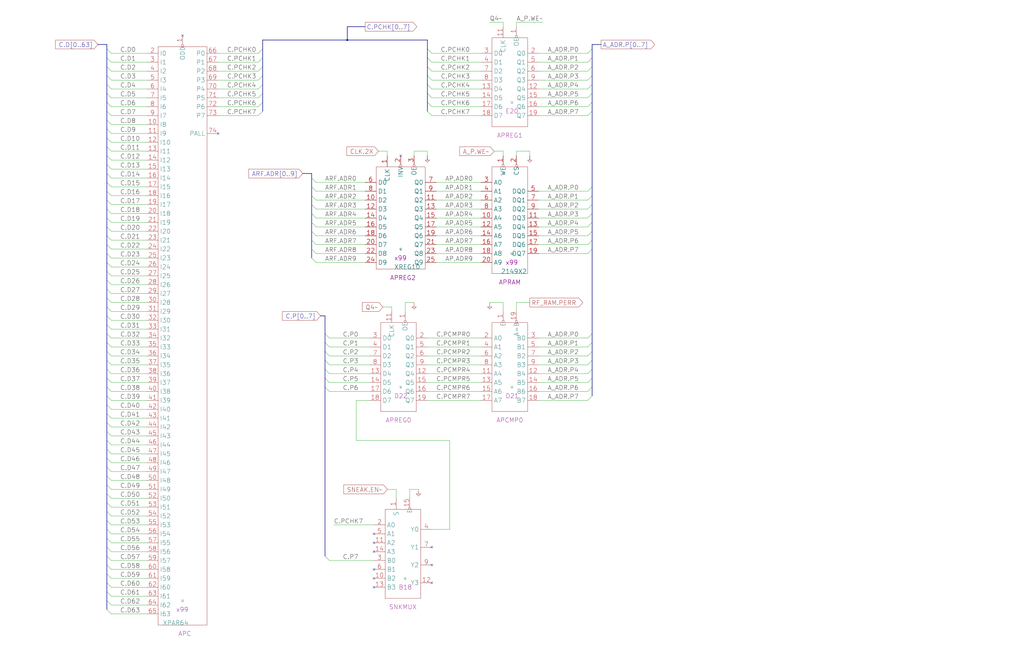
<source format=kicad_sch>
(kicad_sch (version 20220404) (generator eeschema)
  (paper "User" 584.2 378.46)
  (title_block (title "REGISTER FILE A PARITY") (date "22-MAR-90") (rev "1.0") (comment 1 "VALUE") (comment 2 "232-003063") (comment 3 "S400") (comment 4 "RELEASED"))
  (lib_symbols
    (symbol "r1000:2149X2" (pin_names (offset 1.016))
      (property "Reference" "U" (at 2.54 5.08 0))
      (property "Value" "2149X2" (at -3.81 -5.08 0))
      (property "Location" "___" (at -1.27 0 0))
      (property "Name" "______" (at 1.27 -12.7 0))
      (symbol "2149X2_1_1"
        (rectangle (start -8.89 54.61) (end 11.43 -6.35))
        (circle (center -2.54 55.245) (radius 0.635))
        (circle (center 5.08 55.245) (radius 0.635))
        (pin input line (at -2.54 60.96 270) (length 5.08) (name "WE") (number "1"))
        (pin input line (at -15.24 25.4 0) (length 6.35) (name "A4") (number "10"))
        (pin bidirectional line (at 17.78 25.4 180) (length 6.35) (name "DQ3") (number "11"))
        (pin input line (at -15.24 20.32 0) (length 6.35) (name "A5") (number "12"))
        (pin bidirectional line (at 17.78 20.32 180) (length 6.35) (name "DQ4") (number "13"))
        (pin input line (at -15.24 15.24 0) (length 6.35) (name "A6") (number "14"))
        (pin bidirectional line (at 17.78 15.24 180) (length 6.35) (name "DQ5") (number "15"))
        (pin input line (at -15.24 10.16 0) (length 6.35) (name "A7") (number "16"))
        (pin bidirectional line (at 17.78 10.16 180) (length 6.35) (name "DQ6") (number "17"))
        (pin input line (at -15.24 5.08 0) (length 6.35) (name "A8") (number "18"))
        (pin bidirectional line (at 17.78 5.08 180) (length 6.35) (name "DQ7") (number "19"))
        (pin input line (at 5.08 60.96 270) (length 5.08) (name "CS") (number "2"))
        (pin input line (at -15.24 0 0) (length 6.35) (name "A9") (number "20"))
        (pin input line (at -15.24 45.72 0) (length 6.35) (name "A0") (number "3"))
        (pin input line (at -15.24 40.64 0) (length 6.35) (name "A1") (number "4"))
        (pin bidirectional line (at 17.78 40.64 180) (length 6.35) (name "DQ0") (number "5"))
        (pin input line (at -15.24 35.56 0) (length 6.35) (name "A2") (number "6"))
        (pin bidirectional line (at 17.78 35.56 180) (length 6.35) (name "DQ1") (number "7"))
        (pin input line (at -15.24 30.48 0) (length 6.35) (name "A3") (number "8"))
        (pin bidirectional line (at 17.78 30.48 180) (length 6.35) (name "DQ2") (number "9"))
      )
    )
    (symbol "r1000:F157" (pin_names (offset 1.016))
      (property "Reference" "U" (at 2.54 5.08 0))
      (property "Value" "F157" (at -3.81 -5.08 0))
      (property "Location" "___" (at -1.27 0 0))
      (property "Name" "______" (at 1.27 -12.7 0))
      (symbol "F157_1_1"
        (rectangle (start -8.89 44.45) (end 11.43 -6.35))
        (circle (center 5.08 45.085) (radius 0.635))
        (pin input line (at -2.54 50.8 270) (length 6.35) (name "S") (number "1"))
        (pin input line (at -15.24 5.08 0) (length 6.35) (name "B2") (number "10"))
        (pin input line (at -15.24 25.4 0) (length 6.35) (name "A2") (number "11"))
        (pin output line (at 17.78 2.54 180) (length 6.35) (name "Y3") (number "12"))
        (pin input line (at -15.24 0 0) (length 6.35) (name "B3") (number "13"))
        (pin input line (at -15.24 20.32 0) (length 6.35) (name "A3") (number "14"))
        (pin input line (at 5.08 50.8 270) (length 5.08) (name "E") (number "15"))
        (pin input line (at -15.24 35.56 0) (length 6.35) (name "A0") (number "2"))
        (pin input line (at -15.24 15.24 0) (length 6.35) (name "B0") (number "3"))
        (pin output line (at 17.78 33.02 180) (length 6.35) (name "Y0") (number "4"))
        (pin input line (at -15.24 30.48 0) (length 6.35) (name "A1") (number "5"))
        (pin input line (at -15.24 10.16 0) (length 6.35) (name "B1") (number "6"))
        (pin output line (at 17.78 22.86 180) (length 6.35) (name "Y1") (number "7"))
        (pin output line (at 17.78 12.7 180) (length 6.35) (name "Y2") (number "9"))
      )
    )
    (symbol "r1000:F374" (pin_names (offset 1.016))
      (property "Reference" "U" (at 2.54 5.08 0))
      (property "Value" "F374" (at -3.81 -7.62 0))
      (property "Location" "___" (at -1.27 0 0))
      (property "Name" "______" (at 1.27 -15.24 0))
      (symbol "F374_1_1"
        (rectangle (start -8.89 41.91) (end 11.43 -8.89))
        (circle (center 5.08 42.545) (radius 0.635))
        (pin input line (at 5.08 48.26 270) (length 5.08) (name "OE") (number "1"))
        (pin input line (at -2.54 48.26 270) (length 6.35) (name "CLK") (number "11"))
        (pin tri_state line (at 17.78 12.7 180) (length 6.35) (name "Q4") (number "12"))
        (pin input line (at -15.24 12.7 0) (length 6.35) (name "D4") (number "13"))
        (pin input line (at -15.24 7.62 0) (length 6.35) (name "D5") (number "14"))
        (pin tri_state line (at 17.78 7.62 180) (length 6.35) (name "Q5") (number "15"))
        (pin tri_state line (at 17.78 2.54 180) (length 6.35) (name "Q6") (number "16"))
        (pin input line (at -15.24 2.54 0) (length 6.35) (name "D6") (number "17"))
        (pin input line (at -15.24 -2.54 0) (length 6.35) (name "D7") (number "18"))
        (pin tri_state line (at 17.78 -2.54 180) (length 6.35) (name "Q7") (number "19"))
        (pin tri_state line (at 17.78 33.02 180) (length 6.35) (name "Q0") (number "2"))
        (pin input line (at -15.24 33.02 0) (length 6.35) (name "D0") (number "3"))
        (pin input line (at -15.24 27.94 0) (length 6.35) (name "D1") (number "4"))
        (pin tri_state line (at 17.78 27.94 180) (length 6.35) (name "Q1") (number "5"))
        (pin tri_state line (at 17.78 22.86 180) (length 6.35) (name "Q2") (number "6"))
        (pin input line (at -15.24 22.86 0) (length 6.35) (name "D2") (number "7"))
        (pin input line (at -15.24 17.78 0) (length 6.35) (name "D3") (number "8"))
        (pin tri_state line (at 17.78 17.78 180) (length 6.35) (name "Q3") (number "9"))
      )
    )
    (symbol "r1000:F521" (pin_names (offset 1.016))
      (property "Reference" "U" (at 2.54 5.08 0))
      (property "Value" "F521" (at -3.81 -7.62 0))
      (property "Location" "___" (at -1.27 0 0))
      (property "Name" "______" (at 1.27 -15.24 0))
      (symbol "F521_1_1"
        (rectangle (start -8.89 41.91) (end 11.43 -8.89))
        (circle (center -2.54 42.545) (radius 0.635))
        (circle (center 5.08 42.545) (radius 0.635))
        (pin input line (at -2.54 48.26 270) (length 5.08) (name "E") (number "1"))
        (pin input line (at -15.24 12.7 0) (length 6.35) (name "A4") (number "11"))
        (pin input line (at 17.78 12.7 180) (length 6.35) (name "B4") (number "12"))
        (pin input line (at -15.24 7.62 0) (length 6.35) (name "A5") (number "13"))
        (pin input line (at 17.78 7.62 180) (length 6.35) (name "B5") (number "14"))
        (pin input line (at -15.24 2.54 0) (length 6.35) (name "A6") (number "15"))
        (pin input line (at 17.78 2.54 180) (length 6.35) (name "B6") (number "16"))
        (pin input line (at -15.24 -2.54 0) (length 6.35) (name "A7") (number "17"))
        (pin input line (at 17.78 -2.54 180) (length 6.35) (name "B7") (number "18"))
        (pin output line (at 5.08 48.26 270) (length 5.08) (name "A=B") (number "19"))
        (pin input line (at -15.24 33.02 0) (length 6.35) (name "A0") (number "2"))
        (pin input line (at 17.78 33.02 180) (length 6.35) (name "B0") (number "3"))
        (pin input line (at -15.24 27.94 0) (length 6.35) (name "A1") (number "4"))
        (pin input line (at 17.78 27.94 180) (length 6.35) (name "B1") (number "5"))
        (pin input line (at -15.24 22.86 0) (length 6.35) (name "A2") (number "6"))
        (pin input line (at 17.78 22.86 180) (length 6.35) (name "B2") (number "7"))
        (pin input line (at -15.24 17.78 0) (length 6.35) (name "A3") (number "8"))
        (pin input line (at 17.78 17.78 180) (length 6.35) (name "B3") (number "9"))
      )
    )
    (symbol "r1000:PD" (power) (pin_numbers hide) (pin_names hide) (in_bom no)
      (symbol "PD_0_1"
        (polyline (pts (xy 0 -2.54) (xy 1.27 -2.54) (xy 0 -3.81) (xy -1.27 -2.54) (xy 0 -2.54)) (stroke (width 0.1524)))
      )
      (symbol "PD_1_1"
        (pin power_in line (at 0 0 270) (length 2.54) (name "PD") (number "1"))
      )
    )
    (symbol "r1000:XPAR64" (pin_names (offset 1.016))
      (property "Reference" "U" (at 2.54 5.08 0))
      (property "Value" "XPAR64" (at -8.89 -7.62 0))
      (property "Location" "___" (at -1.27 0 0))
      (property "Name" "______" (at 3.81 -15.24 0))
      (symbol "XPAR64_1_1"
        (rectangle (start -11.43 321.31) (end 16.51 -8.89))
        (circle (center 2.54 321.945) (radius 0.635))
        (pin input line (at 2.54 327.66 270) (length 5.08) (name "ODD") (number "1"))
        (pin input line (at -17.78 276.86 0) (length 6.35) (name "I8") (number "10"))
        (pin input line (at -17.78 271.78 0) (length 6.35) (name "I9") (number "11"))
        (pin input line (at -17.78 266.7 0) (length 6.35) (name "I10") (number "12"))
        (pin input line (at -17.78 261.62 0) (length 6.35) (name "I11") (number "13"))
        (pin input line (at -17.78 256.54 0) (length 6.35) (name "I12") (number "14"))
        (pin input line (at -17.78 251.46 0) (length 6.35) (name "I13") (number "15"))
        (pin input line (at -17.78 246.38 0) (length 6.35) (name "I14") (number "16"))
        (pin input line (at -17.78 241.3 0) (length 6.35) (name "I15") (number "17"))
        (pin input line (at -17.78 236.22 0) (length 6.35) (name "I16") (number "18"))
        (pin input line (at -17.78 231.14 0) (length 6.35) (name "I17") (number "19"))
        (pin input line (at -17.78 317.5 0) (length 6.35) (name "I0") (number "2"))
        (pin input line (at -17.78 226.06 0) (length 6.35) (name "I18") (number "20"))
        (pin input line (at -17.78 220.98 0) (length 6.35) (name "I19") (number "21"))
        (pin input line (at -17.78 215.9 0) (length 6.35) (name "I20") (number "22"))
        (pin input line (at -17.78 210.82 0) (length 6.35) (name "I21") (number "23"))
        (pin input line (at -17.78 205.74 0) (length 6.35) (name "I22") (number "24"))
        (pin input line (at -17.78 200.66 0) (length 6.35) (name "I23") (number "25"))
        (pin input line (at -17.78 195.58 0) (length 6.35) (name "I24") (number "26"))
        (pin input line (at -17.78 190.5 0) (length 6.35) (name "I25") (number "27"))
        (pin input line (at -17.78 185.42 0) (length 6.35) (name "I26") (number "28"))
        (pin input line (at -17.78 180.34 0) (length 6.35) (name "I27") (number "29"))
        (pin input line (at -17.78 312.42 0) (length 6.35) (name "I1") (number "3"))
        (pin input line (at -17.78 175.26 0) (length 6.35) (name "I28") (number "30"))
        (pin input line (at -17.78 170.18 0) (length 6.35) (name "I29") (number "31"))
        (pin input line (at -17.78 165.1 0) (length 6.35) (name "I30") (number "32"))
        (pin input line (at -17.78 160.02 0) (length 6.35) (name "I31") (number "33"))
        (pin input line (at -17.78 154.94 0) (length 6.35) (name "I32") (number "34"))
        (pin input line (at -17.78 149.86 0) (length 6.35) (name "I33") (number "35"))
        (pin input line (at -17.78 144.78 0) (length 6.35) (name "I34") (number "36"))
        (pin input line (at -17.78 139.7 0) (length 6.35) (name "I35") (number "37"))
        (pin input line (at -17.78 134.62 0) (length 6.35) (name "I36") (number "38"))
        (pin input line (at -17.78 129.54 0) (length 6.35) (name "I37") (number "39"))
        (pin input line (at -17.78 307.34 0) (length 6.35) (name "I2") (number "4"))
        (pin input line (at -17.78 124.46 0) (length 6.35) (name "I38") (number "40"))
        (pin input line (at -17.78 119.38 0) (length 6.35) (name "I39") (number "41"))
        (pin input line (at -17.78 114.3 0) (length 6.35) (name "I40") (number "42"))
        (pin input line (at -17.78 109.22 0) (length 6.35) (name "I41") (number "43"))
        (pin input line (at -17.78 104.14 0) (length 6.35) (name "I42") (number "44"))
        (pin input line (at -17.78 99.06 0) (length 6.35) (name "I43") (number "45"))
        (pin input line (at -17.78 93.98 0) (length 6.35) (name "I44") (number "46"))
        (pin input line (at -17.78 88.9 0) (length 6.35) (name "I45") (number "47"))
        (pin input line (at -17.78 83.82 0) (length 6.35) (name "I46") (number "48"))
        (pin input line (at -17.78 78.74 0) (length 6.35) (name "I47") (number "49"))
        (pin input line (at -17.78 302.26 0) (length 6.35) (name "I3") (number "5"))
        (pin input line (at -17.78 73.66 0) (length 6.35) (name "I48") (number "50"))
        (pin input line (at -17.78 68.58 0) (length 6.35) (name "I49") (number "51"))
        (pin input line (at -17.78 63.5 0) (length 6.35) (name "I50") (number "52"))
        (pin input line (at -17.78 58.42 0) (length 6.35) (name "I51") (number "53"))
        (pin input line (at -17.78 53.34 0) (length 6.35) (name "I52") (number "54"))
        (pin input line (at -17.78 48.26 0) (length 6.35) (name "I53") (number "55"))
        (pin input line (at -17.78 43.18 0) (length 6.35) (name "I54") (number "56"))
        (pin input line (at -17.78 38.1 0) (length 6.35) (name "I55") (number "57"))
        (pin input line (at -17.78 33.02 0) (length 6.35) (name "I56") (number "58"))
        (pin input line (at -17.78 27.94 0) (length 6.35) (name "I57") (number "59"))
        (pin input line (at -17.78 297.18 0) (length 6.35) (name "I4") (number "6"))
        (pin input line (at -17.78 22.86 0) (length 6.35) (name "I58") (number "60"))
        (pin input line (at -17.78 17.78 0) (length 6.35) (name "I59") (number "61"))
        (pin input line (at -17.78 12.7 0) (length 6.35) (name "I60") (number "62"))
        (pin input line (at -17.78 7.62 0) (length 6.35) (name "I61") (number "63"))
        (pin input line (at -17.78 2.54 0) (length 6.35) (name "I62") (number "64"))
        (pin input line (at -17.78 -2.54 0) (length 6.35) (name "I63") (number "65"))
        (pin output line (at 22.86 317.5 180) (length 6.35) (name "P0") (number "66"))
        (pin output line (at 22.86 312.42 180) (length 6.35) (name "P1") (number "67"))
        (pin output line (at 22.86 307.34 180) (length 6.35) (name "P2") (number "68"))
        (pin output line (at 22.86 302.26 180) (length 6.35) (name "P3") (number "69"))
        (pin input line (at -17.78 292.1 0) (length 6.35) (name "I5") (number "7"))
        (pin output line (at 22.86 297.18 180) (length 6.35) (name "P4") (number "70"))
        (pin output line (at 22.86 292.1 180) (length 6.35) (name "P5") (number "71"))
        (pin output line (at 22.86 287.02 180) (length 6.35) (name "P6") (number "72"))
        (pin output line (at 22.86 281.94 180) (length 6.35) (name "P7") (number "73"))
        (pin output line (at 22.86 271.78 180) (length 6.35) (name "PALL") (number "74"))
        (pin input line (at -17.78 287.02 0) (length 6.35) (name "I6") (number "8"))
        (pin input line (at -17.78 281.94 0) (length 6.35) (name "I7") (number "9"))
      )
    )
    (symbol "r1000:XREG10" (pin_names (offset 1.016))
      (property "Reference" "U" (at 2.54 5.08 0))
      (property "Value" "XREG10" (at -1.27 -5.08 0))
      (property "Location" "___" (at -1.27 0 0))
      (property "Name" "______" (at 3.81 -12.7 0))
      (symbol "XREG10_1_1"
        (rectangle (start -11.43 52.07) (end 16.51 -6.35))
        (circle (center 2.54 52.705) (radius 0.635))
        (circle (center 10.16 52.705) (radius 0.635))
        (pin input line (at -5.08 58.42 270) (length 6.35) (name "CLK") (number "1"))
        (pin input line (at -17.78 33.02 0) (length 6.35) (name "D2") (number "10"))
        (pin tri_state line (at 22.86 33.02 180) (length 6.35) (name "Q2") (number "11"))
        (pin input line (at -17.78 27.94 0) (length 6.35) (name "D3") (number "12"))
        (pin tri_state line (at 22.86 27.94 180) (length 6.35) (name "Q3") (number "13"))
        (pin input line (at -17.78 22.86 0) (length 6.35) (name "D4") (number "14"))
        (pin tri_state line (at 22.86 22.86 180) (length 6.35) (name "Q4") (number "15"))
        (pin input line (at -17.78 17.78 0) (length 6.35) (name "D5") (number "16"))
        (pin tri_state line (at 22.86 17.78 180) (length 6.35) (name "Q5") (number "17"))
        (pin input line (at -17.78 12.7 0) (length 6.35) (name "D6") (number "18"))
        (pin tri_state line (at 22.86 12.7 180) (length 6.35) (name "Q6") (number "19"))
        (pin input line (at 2.54 58.42 270) (length 5.08) (name "INV") (number "2"))
        (pin input line (at -17.78 7.62 0) (length 6.35) (name "D7") (number "20"))
        (pin tri_state line (at 22.86 7.62 180) (length 6.35) (name "Q7") (number "21"))
        (pin input line (at -17.78 2.54 0) (length 6.35) (name "D8") (number "22"))
        (pin tri_state line (at 22.86 2.54 180) (length 6.35) (name "Q8") (number "23"))
        (pin input line (at -17.78 -2.54 0) (length 6.35) (name "D9") (number "24"))
        (pin tri_state line (at 22.86 -2.54 180) (length 6.35) (name "Q9") (number "25"))
        (pin input line (at 10.16 58.42 270) (length 5.08) (name "OE") (number "3"))
        (pin input line (at -17.78 43.18 0) (length 6.35) (name "D0") (number "6"))
        (pin tri_state line (at 22.86 43.18 180) (length 6.35) (name "Q0") (number "7"))
        (pin input line (at -17.78 38.1 0) (length 6.35) (name "D1") (number "8"))
        (pin tri_state line (at 22.86 38.1 180) (length 6.35) (name "Q1") (number "9"))
      )
    )
  )
  (junction (at 198.12 22.86))
  (no_connect (at 213.36 325.12))
  (no_connect (at 213.36 335.28))
  (no_connect (at 124.46 76.2))
  (no_connect (at 246.38 332.74))
  (no_connect (at 246.38 322.58))
  (no_connect (at 213.36 330.2))
  (no_connect (at 213.36 314.96))
  (no_connect (at 246.38 312.42))
  (no_connect (at 213.36 309.88))
  (no_connect (at 228.6 88.9))
  (no_connect (at 213.36 304.8))
  (no_connect (at 104.14 20.32))
  (bus_entry (at 185.42 210.82) (size 2.54 2.54))
  (bus_entry (at 185.42 200.66) (size 2.54 2.54))
  (bus_entry (at 60.96 99.06) (size 2.54 2.54))
  (bus_entry (at 185.42 317.5) (size 2.54 2.54))
  (bus_entry (at 60.96 190.5) (size 2.54 2.54))
  (bus_entry (at 149.86 53.34) (size -2.54 2.54))
  (bus_entry (at 177.8 142.24) (size 2.54 2.54))
  (bus_entry (at 337.82 58.42) (size -2.54 2.54))
  (bus_entry (at 60.96 83.82) (size 2.54 2.54))
  (bus_entry (at 177.8 101.6) (size 2.54 2.54))
  (bus_entry (at 60.96 261.62) (size 2.54 2.54))
  (bus_entry (at 337.82 210.82) (size -2.54 2.54))
  (bus_entry (at 177.8 132.08) (size 2.54 2.54))
  (bus_entry (at 337.82 116.84) (size -2.54 2.54))
  (bus_entry (at 60.96 347.98) (size 2.54 2.54))
  (bus_entry (at 60.96 236.22) (size 2.54 2.54))
  (bus_entry (at 149.86 33.02) (size -2.54 2.54))
  (bus_entry (at 60.96 144.78) (size 2.54 2.54))
  (bus_entry (at 337.82 106.68) (size -2.54 2.54))
  (bus_entry (at 177.8 147.32) (size 2.54 2.54))
  (bus_entry (at 243.84 43.18) (size 2.54 2.54))
  (bus_entry (at 60.96 312.42) (size 2.54 2.54))
  (bus_entry (at 60.96 149.86) (size 2.54 2.54))
  (bus_entry (at 337.82 195.58) (size -2.54 2.54))
  (bus_entry (at 243.84 53.34) (size 2.54 2.54))
  (bus_entry (at 60.96 231.14) (size 2.54 2.54))
  (bus_entry (at 337.82 132.08) (size -2.54 2.54))
  (bus_entry (at 337.82 38.1) (size -2.54 2.54))
  (bus_entry (at 337.82 190.5) (size -2.54 2.54))
  (bus_entry (at 60.96 322.58) (size 2.54 2.54))
  (bus_entry (at 60.96 241.3) (size 2.54 2.54))
  (bus_entry (at 60.96 271.78) (size 2.54 2.54))
  (bus_entry (at 337.82 53.34) (size -2.54 2.54))
  (bus_entry (at 60.96 195.58) (size 2.54 2.54))
  (bus_entry (at 60.96 256.54) (size 2.54 2.54))
  (bus_entry (at 337.82 127) (size -2.54 2.54))
  (bus_entry (at 60.96 53.34) (size 2.54 2.54))
  (bus_entry (at 60.96 276.86) (size 2.54 2.54))
  (bus_entry (at 60.96 134.62) (size 2.54 2.54))
  (bus_entry (at 177.8 106.68) (size 2.54 2.54))
  (bus_entry (at 60.96 119.38) (size 2.54 2.54))
  (bus_entry (at 60.96 246.38) (size 2.54 2.54))
  (bus_entry (at 60.96 337.82) (size 2.54 2.54))
  (bus_entry (at 185.42 195.58) (size 2.54 2.54))
  (bus_entry (at 60.96 93.98) (size 2.54 2.54))
  (bus_entry (at 60.96 129.54) (size 2.54 2.54))
  (bus_entry (at 60.96 68.58) (size 2.54 2.54))
  (bus_entry (at 177.8 127) (size 2.54 2.54))
  (bus_entry (at 60.96 205.74) (size 2.54 2.54))
  (bus_entry (at 60.96 292.1) (size 2.54 2.54))
  (bus_entry (at 60.96 342.9) (size 2.54 2.54))
  (bus_entry (at 60.96 226.06) (size 2.54 2.54))
  (bus_entry (at 60.96 220.98) (size 2.54 2.54))
  (bus_entry (at 177.8 116.84) (size 2.54 2.54))
  (bus_entry (at 337.82 205.74) (size -2.54 2.54))
  (bus_entry (at 149.86 48.26) (size -2.54 2.54))
  (bus_entry (at 149.86 58.42) (size -2.54 2.54))
  (bus_entry (at 337.82 137.16) (size -2.54 2.54))
  (bus_entry (at 337.82 226.06) (size -2.54 2.54))
  (bus_entry (at 60.96 302.26) (size 2.54 2.54))
  (bus_entry (at 337.82 33.02) (size -2.54 2.54))
  (bus_entry (at 185.42 215.9) (size 2.54 2.54))
  (bus_entry (at 60.96 27.94) (size 2.54 2.54))
  (bus_entry (at 60.96 297.18) (size 2.54 2.54))
  (bus_entry (at 60.96 78.74) (size 2.54 2.54))
  (bus_entry (at 149.86 38.1) (size -2.54 2.54))
  (bus_entry (at 60.96 154.94) (size 2.54 2.54))
  (bus_entry (at 243.84 58.42) (size 2.54 2.54))
  (bus_entry (at 243.84 48.26) (size 2.54 2.54))
  (bus_entry (at 337.82 48.26) (size -2.54 2.54))
  (bus_entry (at 60.96 185.42) (size 2.54 2.54))
  (bus_entry (at 60.96 38.1) (size 2.54 2.54))
  (bus_entry (at 60.96 114.3) (size 2.54 2.54))
  (bus_entry (at 60.96 33.02) (size 2.54 2.54))
  (bus_entry (at 60.96 327.66) (size 2.54 2.54))
  (bus_entry (at 243.84 33.02) (size 2.54 2.54))
  (bus_entry (at 149.86 63.5) (size -2.54 2.54))
  (bus_entry (at 337.82 111.76) (size -2.54 2.54))
  (bus_entry (at 337.82 215.9) (size -2.54 2.54))
  (bus_entry (at 149.86 27.94) (size -2.54 2.54))
  (bus_entry (at 60.96 180.34) (size 2.54 2.54))
  (bus_entry (at 60.96 139.7) (size 2.54 2.54))
  (bus_entry (at 60.96 63.5) (size 2.54 2.54))
  (bus_entry (at 149.86 43.18) (size -2.54 2.54))
  (bus_entry (at 243.84 38.1) (size 2.54 2.54))
  (bus_entry (at 337.82 27.94) (size -2.54 2.54))
  (bus_entry (at 60.96 73.66) (size 2.54 2.54))
  (bus_entry (at 177.8 111.76) (size 2.54 2.54))
  (bus_entry (at 60.96 160.02) (size 2.54 2.54))
  (bus_entry (at 243.84 63.5) (size 2.54 2.54))
  (bus_entry (at 60.96 281.94) (size 2.54 2.54))
  (bus_entry (at 60.96 200.66) (size 2.54 2.54))
  (bus_entry (at 60.96 109.22) (size 2.54 2.54))
  (bus_entry (at 60.96 307.34) (size 2.54 2.54))
  (bus_entry (at 337.82 142.24) (size -2.54 2.54))
  (bus_entry (at 185.42 220.98) (size 2.54 2.54))
  (bus_entry (at 337.82 200.66) (size -2.54 2.54))
  (bus_entry (at 60.96 215.9) (size 2.54 2.54))
  (bus_entry (at 60.96 175.26) (size 2.54 2.54))
  (bus_entry (at 60.96 266.7) (size 2.54 2.54))
  (bus_entry (at 185.42 205.74) (size 2.54 2.54))
  (bus_entry (at 60.96 251.46) (size 2.54 2.54))
  (bus_entry (at 177.8 121.92) (size 2.54 2.54))
  (bus_entry (at 337.82 121.92) (size -2.54 2.54))
  (bus_entry (at 60.96 317.5) (size 2.54 2.54))
  (bus_entry (at 60.96 165.1) (size 2.54 2.54))
  (bus_entry (at 337.82 63.5) (size -2.54 2.54))
  (bus_entry (at 177.8 137.16) (size 2.54 2.54))
  (bus_entry (at 243.84 27.94) (size 2.54 2.54))
  (bus_entry (at 337.82 43.18) (size -2.54 2.54))
  (bus_entry (at 60.96 210.82) (size 2.54 2.54))
  (bus_entry (at 60.96 104.14) (size 2.54 2.54))
  (bus_entry (at 185.42 190.5) (size 2.54 2.54))
  (bus_entry (at 60.96 48.26) (size 2.54 2.54))
  (bus_entry (at 337.82 220.98) (size -2.54 2.54))
  (bus_entry (at 60.96 170.18) (size 2.54 2.54))
  (bus_entry (at 60.96 124.46) (size 2.54 2.54))
  (bus_entry (at 60.96 88.9) (size 2.54 2.54))
  (bus_entry (at 60.96 43.18) (size 2.54 2.54))
  (bus_entry (at 60.96 332.74) (size 2.54 2.54))
  (bus_entry (at 60.96 58.42) (size 2.54 2.54))
  (bus_entry (at 60.96 287.02) (size 2.54 2.54))
  (wire (pts (xy 180.34 139.7) (xy 208.28 139.7)))
  (bus (pts (xy 60.96 119.38) (xy 60.96 124.46)))
  (wire (pts (xy 83.82 198.12) (xy 63.5 198.12)))
  (wire (pts (xy 63.5 30.48) (xy 83.82 30.48)))
  (bus (pts (xy 60.96 322.58) (xy 60.96 327.66)))
  (wire (pts (xy 248.92 114.3) (xy 274.32 114.3)))
  (bus (pts (xy 337.82 121.92) (xy 337.82 127)))
  (bus (pts (xy 60.96 124.46) (xy 60.96 129.54)))
  (bus (pts (xy 185.42 190.5) (xy 185.42 195.58)))
  (bus (pts (xy 208.28 15.24) (xy 198.12 15.24)))
  (wire (pts (xy 335.28 129.54) (xy 307.34 129.54)))
  (bus (pts (xy 60.96 185.42) (xy 60.96 190.5)))
  (wire (pts (xy 83.82 182.88) (xy 63.5 182.88)))
  (wire (pts (xy 243.84 218.44) (xy 274.32 218.44)))
  (wire (pts (xy 243.84 198.12) (xy 274.32 198.12)))
  (wire (pts (xy 246.38 35.56) (xy 274.32 35.56)))
  (wire (pts (xy 124.46 55.88) (xy 147.32 55.88)))
  (bus (pts (xy 60.96 246.38) (xy 60.96 251.46)))
  (wire (pts (xy 307.34 134.62) (xy 335.28 134.62)))
  (wire (pts (xy 180.34 119.38) (xy 208.28 119.38)))
  (bus (pts (xy 60.96 73.66) (xy 60.96 78.74)))
  (wire (pts (xy 248.92 104.14) (xy 274.32 104.14)))
  (wire (pts (xy 279.4 172.72) (xy 287.02 172.72)))
  (bus (pts (xy 60.96 220.98) (xy 60.96 226.06)))
  (wire (pts (xy 243.84 88.9) (xy 243.84 86.36)))
  (wire (pts (xy 83.82 152.4) (xy 63.5 152.4)))
  (bus (pts (xy 337.82 195.58) (xy 337.82 200.66)))
  (bus (pts (xy 177.8 111.76) (xy 177.8 116.84)))
  (wire (pts (xy 281.94 86.36) (xy 287.02 86.36)))
  (wire (pts (xy 335.28 213.36) (xy 307.34 213.36)))
  (wire (pts (xy 180.34 109.22) (xy 208.28 109.22)))
  (bus (pts (xy 337.82 58.42) (xy 337.82 63.5)))
  (bus (pts (xy 60.96 83.82) (xy 60.96 88.9)))
  (wire (pts (xy 243.84 223.52) (xy 274.32 223.52)))
  (bus (pts (xy 60.96 114.3) (xy 60.96 119.38)))
  (bus (pts (xy 60.96 231.14) (xy 60.96 236.22)))
  (bus (pts (xy 60.96 165.1) (xy 60.96 170.18)))
  (wire (pts (xy 307.34 218.44) (xy 335.28 218.44)))
  (wire (pts (xy 63.5 50.8) (xy 83.82 50.8)))
  (wire (pts (xy 180.34 114.3) (xy 208.28 114.3)))
  (bus (pts (xy 337.82 200.66) (xy 337.82 205.74)))
  (wire (pts (xy 203.2 251.46) (xy 256.54 251.46)))
  (bus (pts (xy 60.96 180.34) (xy 60.96 185.42)))
  (bus (pts (xy 149.86 48.26) (xy 149.86 53.34)))
  (wire (pts (xy 83.82 223.52) (xy 63.5 223.52)))
  (bus (pts (xy 60.96 312.42) (xy 60.96 317.5)))
  (wire (pts (xy 335.28 139.7) (xy 307.34 139.7)))
  (wire (pts (xy 335.28 119.38) (xy 307.34 119.38)))
  (bus (pts (xy 60.96 160.02) (xy 60.96 165.1)))
  (bus (pts (xy 60.96 236.22) (xy 60.96 241.3)))
  (wire (pts (xy 63.5 167.64) (xy 83.82 167.64)))
  (wire (pts (xy 83.82 127) (xy 63.5 127)))
  (bus (pts (xy 60.96 63.5) (xy 60.96 68.58)))
  (bus (pts (xy 243.84 27.94) (xy 243.84 22.86)))
  (wire (pts (xy 180.34 149.86) (xy 208.28 149.86)))
  (bus (pts (xy 337.82 53.34) (xy 337.82 58.42)))
  (wire (pts (xy 190.5 299.72) (xy 213.36 299.72)))
  (wire (pts (xy 83.82 157.48) (xy 63.5 157.48)))
  (wire (pts (xy 187.96 223.52) (xy 210.82 223.52)))
  (wire (pts (xy 83.82 335.28) (xy 63.5 335.28)))
  (bus (pts (xy 60.96 48.26) (xy 60.96 53.34)))
  (wire (pts (xy 256.54 251.46) (xy 256.54 302.26)))
  (bus (pts (xy 60.96 129.54) (xy 60.96 134.62)))
  (wire (pts (xy 236.22 86.36) (xy 236.22 88.9)))
  (wire (pts (xy 83.82 81.28) (xy 63.5 81.28)))
  (wire (pts (xy 83.82 289.56) (xy 63.5 289.56)))
  (bus (pts (xy 177.8 99.06) (xy 177.8 101.6)))
  (bus (pts (xy 60.96 170.18) (xy 60.96 175.26)))
  (bus (pts (xy 198.12 22.86) (xy 198.12 15.24)))
  (bus (pts (xy 337.82 127) (xy 337.82 132.08)))
  (bus (pts (xy 182.88 180.34) (xy 185.42 180.34)))
  (bus (pts (xy 60.96 149.86) (xy 60.96 154.94)))
  (wire (pts (xy 83.82 177.8) (xy 63.5 177.8)))
  (wire (pts (xy 83.82 233.68) (xy 63.5 233.68)))
  (wire (pts (xy 187.96 193.04) (xy 210.82 193.04)))
  (bus (pts (xy 337.82 190.5) (xy 337.82 195.58)))
  (wire (pts (xy 307.34 35.56) (xy 335.28 35.56)))
  (bus (pts (xy 60.96 109.22) (xy 60.96 114.3)))
  (wire (pts (xy 83.82 101.6) (xy 63.5 101.6)))
  (wire (pts (xy 187.96 203.2) (xy 210.82 203.2)))
  (wire (pts (xy 302.26 172.72) (xy 294.64 172.72)))
  (wire (pts (xy 83.82 320.04) (xy 63.5 320.04)))
  (bus (pts (xy 337.82 137.16) (xy 337.82 142.24)))
  (bus (pts (xy 60.96 134.62) (xy 60.96 139.7)))
  (wire (pts (xy 236.22 172.72) (xy 231.14 172.72)))
  (bus (pts (xy 243.84 48.26) (xy 243.84 53.34)))
  (wire (pts (xy 238.76 279.4) (xy 233.68 279.4)))
  (bus (pts (xy 60.96 210.82) (xy 60.96 215.9)))
  (wire (pts (xy 83.82 264.16) (xy 63.5 264.16)))
  (bus (pts (xy 243.84 43.18) (xy 243.84 48.26)))
  (wire (pts (xy 83.82 309.88) (xy 63.5 309.88)))
  (wire (pts (xy 83.82 330.2) (xy 63.5 330.2)))
  (wire (pts (xy 83.82 142.24) (xy 63.5 142.24)))
  (wire (pts (xy 83.82 45.72) (xy 63.5 45.72)))
  (bus (pts (xy 198.12 22.86) (xy 149.86 22.86)))
  (wire (pts (xy 83.82 248.92) (xy 63.5 248.92)))
  (wire (pts (xy 83.82 60.96) (xy 63.5 60.96)))
  (bus (pts (xy 337.82 33.02) (xy 337.82 38.1)))
  (wire (pts (xy 83.82 243.84) (xy 63.5 243.84)))
  (bus (pts (xy 172.72 99.06) (xy 177.8 99.06)))
  (bus (pts (xy 149.86 33.02) (xy 149.86 38.1)))
  (wire (pts (xy 63.5 279.4) (xy 83.82 279.4)))
  (wire (pts (xy 248.92 139.7) (xy 274.32 139.7)))
  (wire (pts (xy 294.64 12.7) (xy 309.88 12.7)))
  (bus (pts (xy 60.96 226.06) (xy 60.96 231.14)))
  (wire (pts (xy 335.28 50.8) (xy 307.34 50.8)))
  (wire (pts (xy 287.02 12.7) (xy 287.02 15.24)))
  (bus (pts (xy 243.84 33.02) (xy 243.84 38.1)))
  (wire (pts (xy 307.34 124.46) (xy 335.28 124.46)))
  (wire (pts (xy 63.5 40.64) (xy 83.82 40.64)))
  (wire (pts (xy 83.82 269.24) (xy 63.5 269.24)))
  (bus (pts (xy 60.96 93.98) (xy 60.96 99.06)))
  (wire (pts (xy 294.64 12.7) (xy 294.64 15.24)))
  (wire (pts (xy 187.96 208.28) (xy 210.82 208.28)))
  (wire (pts (xy 210.82 228.6) (xy 203.2 228.6)))
  (wire (pts (xy 83.82 299.72) (xy 63.5 299.72)))
  (wire (pts (xy 124.46 66.04) (xy 147.32 66.04)))
  (wire (pts (xy 248.92 134.62) (xy 274.32 134.62)))
  (wire (pts (xy 243.84 228.6) (xy 274.32 228.6)))
  (bus (pts (xy 177.8 132.08) (xy 177.8 137.16)))
  (wire (pts (xy 233.68 279.4) (xy 233.68 284.48)))
  (wire (pts (xy 180.34 124.46) (xy 208.28 124.46)))
  (wire (pts (xy 246.38 60.96) (xy 274.32 60.96)))
  (wire (pts (xy 63.5 137.16) (xy 83.82 137.16)))
  (wire (pts (xy 63.5 55.88) (xy 83.82 55.88)))
  (wire (pts (xy 83.82 66.04) (xy 63.5 66.04)))
  (wire (pts (xy 63.5 172.72) (xy 83.82 172.72)))
  (bus (pts (xy 60.96 78.74) (xy 60.96 83.82)))
  (bus (pts (xy 337.82 205.74) (xy 337.82 210.82)))
  (bus (pts (xy 60.96 104.14) (xy 60.96 109.22)))
  (bus (pts (xy 177.8 116.84) (xy 177.8 121.92)))
  (wire (pts (xy 187.96 218.44) (xy 210.82 218.44)))
  (wire (pts (xy 220.98 279.4) (xy 226.06 279.4)))
  (wire (pts (xy 307.34 198.12) (xy 335.28 198.12)))
  (bus (pts (xy 60.96 205.74) (xy 60.96 210.82)))
  (wire (pts (xy 218.44 175.26) (xy 223.52 175.26)))
  (wire (pts (xy 83.82 345.44) (xy 63.5 345.44)))
  (wire (pts (xy 335.28 223.52) (xy 307.34 223.52)))
  (bus (pts (xy 60.96 200.66) (xy 60.96 205.74)))
  (wire (pts (xy 226.06 279.4) (xy 226.06 284.48)))
  (wire (pts (xy 307.34 66.04) (xy 335.28 66.04)))
  (wire (pts (xy 187.96 320.04) (xy 213.36 320.04)))
  (wire (pts (xy 243.84 86.36) (xy 236.22 86.36)))
  (wire (pts (xy 63.5 162.56) (xy 83.82 162.56)))
  (bus (pts (xy 60.96 307.34) (xy 60.96 312.42)))
  (bus (pts (xy 177.8 127) (xy 177.8 132.08)))
  (wire (pts (xy 63.5 35.56) (xy 83.82 35.56)))
  (bus (pts (xy 60.96 297.18) (xy 60.96 302.26)))
  (wire (pts (xy 63.5 274.32) (xy 83.82 274.32)))
  (bus (pts (xy 60.96 287.02) (xy 60.96 292.1)))
  (bus (pts (xy 177.8 106.68) (xy 177.8 111.76)))
  (wire (pts (xy 307.34 109.22) (xy 335.28 109.22)))
  (wire (pts (xy 243.84 203.2) (xy 274.32 203.2)))
  (bus (pts (xy 337.82 38.1) (xy 337.82 43.18)))
  (bus (pts (xy 149.86 27.94) (xy 149.86 33.02)))
  (wire (pts (xy 180.34 144.78) (xy 208.28 144.78)))
  (bus (pts (xy 60.96 317.5) (xy 60.96 322.58)))
  (bus (pts (xy 60.96 175.26) (xy 60.96 180.34)))
  (wire (pts (xy 287.02 86.36) (xy 287.02 88.9)))
  (bus (pts (xy 60.96 190.5) (xy 60.96 195.58)))
  (wire (pts (xy 223.52 175.26) (xy 223.52 177.8)))
  (bus (pts (xy 60.96 25.4) (xy 60.96 27.94)))
  (wire (pts (xy 63.5 76.2) (xy 83.82 76.2)))
  (wire (pts (xy 83.82 238.76) (xy 63.5 238.76)))
  (bus (pts (xy 60.96 58.42) (xy 60.96 63.5)))
  (wire (pts (xy 180.34 129.54) (xy 208.28 129.54)))
  (wire (pts (xy 83.82 259.08) (xy 63.5 259.08)))
  (bus (pts (xy 149.86 43.18) (xy 149.86 48.26)))
  (wire (pts (xy 83.82 116.84) (xy 63.5 116.84)))
  (bus (pts (xy 185.42 205.74) (xy 185.42 210.82)))
  (wire (pts (xy 83.82 218.44) (xy 63.5 218.44)))
  (bus (pts (xy 337.82 215.9) (xy 337.82 220.98)))
  (wire (pts (xy 307.34 208.28) (xy 335.28 208.28)))
  (bus (pts (xy 60.96 27.94) (xy 60.96 33.02)))
  (wire (pts (xy 63.5 71.12) (xy 83.82 71.12)))
  (bus (pts (xy 177.8 101.6) (xy 177.8 106.68)))
  (wire (pts (xy 307.34 228.6) (xy 335.28 228.6)))
  (wire (pts (xy 83.82 111.76) (xy 63.5 111.76)))
  (wire (pts (xy 246.38 50.8) (xy 274.32 50.8)))
  (wire (pts (xy 83.82 147.32) (xy 63.5 147.32)))
  (bus (pts (xy 337.82 43.18) (xy 337.82 48.26)))
  (bus (pts (xy 337.82 220.98) (xy 337.82 226.06)))
  (wire (pts (xy 220.98 86.36) (xy 220.98 88.9)))
  (bus (pts (xy 60.96 327.66) (xy 60.96 332.74)))
  (bus (pts (xy 60.96 281.94) (xy 60.96 287.02)))
  (wire (pts (xy 248.92 109.22) (xy 274.32 109.22)))
  (wire (pts (xy 335.28 40.64) (xy 307.34 40.64)))
  (bus (pts (xy 337.82 132.08) (xy 337.82 137.16)))
  (bus (pts (xy 337.82 25.4) (xy 337.82 27.94)))
  (wire (pts (xy 83.82 86.36) (xy 63.5 86.36)))
  (wire (pts (xy 180.34 104.14) (xy 208.28 104.14)))
  (wire (pts (xy 246.38 30.48) (xy 274.32 30.48)))
  (wire (pts (xy 248.92 129.54) (xy 274.32 129.54)))
  (wire (pts (xy 307.34 45.72) (xy 335.28 45.72)))
  (bus (pts (xy 149.86 53.34) (xy 149.86 58.42)))
  (wire (pts (xy 231.14 172.72) (xy 231.14 177.8)))
  (bus (pts (xy 342.9 25.4) (xy 337.82 25.4)))
  (bus (pts (xy 185.42 220.98) (xy 185.42 317.5)))
  (wire (pts (xy 83.82 340.36) (xy 63.5 340.36)))
  (wire (pts (xy 243.84 193.04) (xy 274.32 193.04)))
  (bus (pts (xy 60.96 337.82) (xy 60.96 342.9)))
  (bus (pts (xy 60.96 99.06) (xy 60.96 104.14)))
  (wire (pts (xy 83.82 208.28) (xy 63.5 208.28)))
  (wire (pts (xy 248.92 124.46) (xy 274.32 124.46)))
  (wire (pts (xy 83.82 294.64) (xy 63.5 294.64)))
  (bus (pts (xy 60.96 68.58) (xy 60.96 73.66)))
  (wire (pts (xy 63.5 254) (xy 83.82 254)))
  (wire (pts (xy 83.82 325.12) (xy 63.5 325.12)))
  (wire (pts (xy 187.96 213.36) (xy 210.82 213.36)))
  (wire (pts (xy 83.82 96.52) (xy 63.5 96.52)))
  (bus (pts (xy 149.86 22.86) (xy 149.86 27.94)))
  (wire (pts (xy 246.38 55.88) (xy 274.32 55.88)))
  (wire (pts (xy 246.38 66.04) (xy 274.32 66.04)))
  (bus (pts (xy 337.82 27.94) (xy 337.82 33.02)))
  (bus (pts (xy 243.84 22.86) (xy 198.12 22.86)))
  (bus (pts (xy 60.96 241.3) (xy 60.96 246.38)))
  (wire (pts (xy 307.34 55.88) (xy 335.28 55.88)))
  (bus (pts (xy 60.96 144.78) (xy 60.96 149.86)))
  (bus (pts (xy 60.96 195.58) (xy 60.96 200.66)))
  (bus (pts (xy 60.96 215.9) (xy 60.96 220.98)))
  (bus (pts (xy 60.96 292.1) (xy 60.96 297.18)))
  (wire (pts (xy 307.34 144.78) (xy 335.28 144.78)))
  (bus (pts (xy 337.82 63.5) (xy 337.82 106.68)))
  (bus (pts (xy 185.42 210.82) (xy 185.42 215.9)))
  (bus (pts (xy 185.42 215.9) (xy 185.42 220.98)))
  (bus (pts (xy 337.82 111.76) (xy 337.82 116.84)))
  (wire (pts (xy 83.82 314.96) (xy 63.5 314.96)))
  (bus (pts (xy 185.42 200.66) (xy 185.42 205.74)))
  (wire (pts (xy 124.46 50.8) (xy 147.32 50.8)))
  (wire (pts (xy 124.46 35.56) (xy 147.32 35.56)))
  (wire (pts (xy 203.2 228.6) (xy 203.2 251.46)))
  (wire (pts (xy 63.5 106.68) (xy 83.82 106.68)))
  (bus (pts (xy 55.88 25.4) (xy 60.96 25.4)))
  (wire (pts (xy 279.4 12.7) (xy 287.02 12.7)))
  (wire (pts (xy 63.5 284.48) (xy 83.82 284.48)))
  (bus (pts (xy 185.42 195.58) (xy 185.42 200.66)))
  (bus (pts (xy 337.82 142.24) (xy 337.82 190.5)))
  (bus (pts (xy 60.96 256.54) (xy 60.96 261.62)))
  (wire (pts (xy 83.82 213.36) (xy 63.5 213.36)))
  (wire (pts (xy 124.46 45.72) (xy 147.32 45.72)))
  (wire (pts (xy 287.02 172.72) (xy 287.02 177.8)))
  (bus (pts (xy 243.84 58.42) (xy 243.84 63.5)))
  (wire (pts (xy 83.82 193.04) (xy 63.5 193.04)))
  (bus (pts (xy 60.96 266.7) (xy 60.96 271.78)))
  (wire (pts (xy 124.46 60.96) (xy 147.32 60.96)))
  (bus (pts (xy 60.96 53.34) (xy 60.96 58.42)))
  (wire (pts (xy 294.64 86.36) (xy 294.64 88.9)))
  (wire (pts (xy 124.46 30.48) (xy 147.32 30.48)))
  (wire (pts (xy 246.38 45.72) (xy 274.32 45.72)))
  (wire (pts (xy 335.28 60.96) (xy 307.34 60.96)))
  (bus (pts (xy 177.8 137.16) (xy 177.8 142.24)))
  (bus (pts (xy 177.8 142.24) (xy 177.8 147.32)))
  (wire (pts (xy 63.5 304.8) (xy 83.82 304.8)))
  (wire (pts (xy 246.38 40.64) (xy 274.32 40.64)))
  (wire (pts (xy 307.34 203.2) (xy 335.28 203.2)))
  (wire (pts (xy 215.9 86.36) (xy 220.98 86.36)))
  (bus (pts (xy 60.96 33.02) (xy 60.96 38.1)))
  (bus (pts (xy 60.96 43.18) (xy 60.96 48.26)))
  (wire (pts (xy 180.34 134.62) (xy 208.28 134.62)))
  (wire (pts (xy 83.82 91.44) (xy 63.5 91.44)))
  (wire (pts (xy 307.34 30.48) (xy 335.28 30.48)))
  (wire (pts (xy 243.84 208.28) (xy 274.32 208.28)))
  (wire (pts (xy 83.82 187.96) (xy 63.5 187.96)))
  (wire (pts (xy 248.92 144.78) (xy 274.32 144.78)))
  (wire (pts (xy 83.82 203.2) (xy 63.5 203.2)))
  (bus (pts (xy 149.86 58.42) (xy 149.86 63.5)))
  (wire (pts (xy 294.64 172.72) (xy 294.64 177.8)))
  (bus (pts (xy 149.86 38.1) (xy 149.86 43.18)))
  (bus (pts (xy 60.96 271.78) (xy 60.96 276.86)))
  (bus (pts (xy 60.96 302.26) (xy 60.96 307.34)))
  (bus (pts (xy 60.96 342.9) (xy 60.96 347.98)))
  (bus (pts (xy 337.82 210.82) (xy 337.82 215.9)))
  (bus (pts (xy 60.96 276.86) (xy 60.96 281.94)))
  (bus (pts (xy 60.96 261.62) (xy 60.96 266.7)))
  (wire (pts (xy 248.92 149.86) (xy 274.32 149.86)))
  (wire (pts (xy 83.82 132.08) (xy 63.5 132.08)))
  (wire (pts (xy 124.46 40.64) (xy 147.32 40.64)))
  (bus (pts (xy 60.96 88.9) (xy 60.96 93.98)))
  (wire (pts (xy 302.26 88.9) (xy 302.26 86.36)))
  (wire (pts (xy 187.96 198.12) (xy 210.82 198.12)))
  (wire (pts (xy 256.54 302.26) (xy 246.38 302.26)))
  (bus (pts (xy 243.84 38.1) (xy 243.84 43.18)))
  (bus (pts (xy 177.8 121.92) (xy 177.8 127)))
  (bus (pts (xy 60.96 154.94) (xy 60.96 160.02)))
  (bus (pts (xy 337.82 116.84) (xy 337.82 121.92)))
  (bus (pts (xy 243.84 27.94) (xy 243.84 33.02)))
  (bus (pts (xy 185.42 180.34) (xy 185.42 190.5)))
  (wire (pts (xy 302.26 86.36) (xy 294.64 86.36)))
  (bus (pts (xy 60.96 251.46) (xy 60.96 256.54)))
  (bus (pts (xy 243.84 53.34) (xy 243.84 58.42)))
  (bus (pts (xy 60.96 332.74) (xy 60.96 337.82)))
  (wire (pts (xy 243.84 213.36) (xy 274.32 213.36)))
  (wire (pts (xy 248.92 119.38) (xy 274.32 119.38)))
  (wire (pts (xy 307.34 193.04) (xy 335.28 193.04)))
  (bus (pts (xy 60.96 139.7) (xy 60.96 144.78)))
  (wire (pts (xy 83.82 228.6) (xy 63.5 228.6)))
  (bus (pts (xy 337.82 106.68) (xy 337.82 111.76)))
  (bus (pts (xy 60.96 38.1) (xy 60.96 43.18)))
  (wire (pts (xy 83.82 121.92) (xy 63.5 121.92)))
  (wire (pts (xy 307.34 114.3) (xy 335.28 114.3)))
  (bus (pts (xy 337.82 48.26) (xy 337.82 53.34)))
  (wire (pts (xy 83.82 350.52) (xy 63.5 350.52)))
  (label "AP.ADR7" (at 254 139.7 0) (effects (font (size 2.54 2.54))))
  (label "A_ADR.P1" (at 312.42 114.3 0) (effects (font (size 2.54 2.54))))
  (label "C.PCHK2" (at 129.54 40.64 0) (effects (font (size 2.54 2.54))))
  (label "A_ADR.P0" (at 312.42 193.04 0) (effects (font (size 2.54 2.54))))
  (label "C.P0" (at 195.58 193.04 0) (effects (font (size 2.54 2.54))))
  (label "A_ADR.P1" (at 312.42 35.56 0) (effects (font (size 2.54 2.54))))
  (label "C.D43" (at 68.58 248.92 0) (effects (font (size 2.54 2.54))))
  (label "C.D31" (at 68.58 187.96 0) (effects (font (size 2.54 2.54))))
  (label "C.D2" (at 68.58 40.64 0) (effects (font (size 2.54 2.54))))
  (label "C.D52" (at 68.58 294.64 0) (effects (font (size 2.54 2.54))))
  (label "C.D7" (at 68.58 66.04 0) (effects (font (size 2.54 2.54))))
  (label "C.D41" (at 68.58 238.76 0) (effects (font (size 2.54 2.54))))
  (label "A_ADR.P7" (at 312.42 66.04 0) (effects (font (size 2.54 2.54))))
  (label "C.D60" (at 68.58 335.28 0) (effects (font (size 2.54 2.54))))
  (label "ARF.ADR6" (at 185.42 134.62 0) (effects (font (size 2.54 2.54))))
  (label "C.D24" (at 68.58 152.4 0) (effects (font (size 2.54 2.54))))
  (label "C.D38" (at 68.58 223.52 0) (effects (font (size 2.54 2.54))))
  (label "C.D33" (at 68.58 198.12 0) (effects (font (size 2.54 2.54))))
  (label "C.P5" (at 195.58 218.44 0) (effects (font (size 2.54 2.54))))
  (label "C.D37" (at 68.58 218.44 0) (effects (font (size 2.54 2.54))))
  (label "A_ADR.P5" (at 312.42 134.62 0) (effects (font (size 2.54 2.54))))
  (label "C.D39" (at 68.58 228.6 0) (effects (font (size 2.54 2.54))))
  (label "C.D6" (at 68.58 60.96 0) (effects (font (size 2.54 2.54))))
  (label "A_ADR.P7" (at 312.42 228.6 0) (effects (font (size 2.54 2.54))))
  (label "C.D0" (at 68.58 30.48 0) (effects (font (size 2.54 2.54))))
  (label "A_ADR.P4" (at 312.42 213.36 0) (effects (font (size 2.54 2.54))))
  (label "C.PCMPR5" (at 248.92 218.44 0) (effects (font (size 2.54 2.54))))
  (label "C.P3" (at 195.58 208.28 0) (effects (font (size 2.54 2.54))))
  (label "ARF.ADR5" (at 185.42 129.54 0) (effects (font (size 2.54 2.54))))
  (label "C.D28" (at 68.58 172.72 0) (effects (font (size 2.54 2.54))))
  (label "C.D47" (at 68.58 269.24 0) (effects (font (size 2.54 2.54))))
  (label "C.D29" (at 68.58 177.8 0) (effects (font (size 2.54 2.54))))
  (label "C.D4" (at 68.58 50.8 0) (effects (font (size 2.54 2.54))))
  (label "C.D30" (at 68.58 182.88 0) (effects (font (size 2.54 2.54))))
  (label "A_ADR.P1" (at 312.42 198.12 0) (effects (font (size 2.54 2.54))))
  (label "C.D13" (at 68.58 96.52 0) (effects (font (size 2.54 2.54))))
  (label "A_ADR.P4" (at 312.42 129.54 0) (effects (font (size 2.54 2.54))))
  (label "C.PCHK7" (at 129.54 66.04 0) (effects (font (size 2.54 2.54))))
  (label "A_P.WE~" (at 294.64 12.7 0) (effects (font (size 2.54 2.54))))
  (label "C.PCHK6" (at 251.46 60.96 0) (effects (font (size 2.54 2.54))))
  (label "A_ADR.P6" (at 312.42 223.52 0) (effects (font (size 2.54 2.54))))
  (label "C.D49" (at 68.58 279.4 0) (effects (font (size 2.54 2.54))))
  (label "C.D20" (at 68.58 132.08 0) (effects (font (size 2.54 2.54))))
  (label "A_ADR.P4" (at 312.42 50.8 0) (effects (font (size 2.54 2.54))))
  (label "C.D48" (at 68.58 274.32 0) (effects (font (size 2.54 2.54))))
  (label "A_ADR.P3" (at 312.42 45.72 0) (effects (font (size 2.54 2.54))))
  (label "C.D22" (at 68.58 142.24 0) (effects (font (size 2.54 2.54))))
  (label "C.D63" (at 68.58 350.52 0) (effects (font (size 2.54 2.54))))
  (label "A_ADR.P5" (at 312.42 55.88 0) (effects (font (size 2.54 2.54))))
  (label "C.D45" (at 68.58 259.08 0) (effects (font (size 2.54 2.54))))
  (label "ARF.ADR4" (at 185.42 124.46 0) (effects (font (size 2.54 2.54))))
  (label "AP.ADR4" (at 254 124.46 0) (effects (font (size 2.54 2.54))))
  (label "C.PCHK4" (at 129.54 50.8 0) (effects (font (size 2.54 2.54))))
  (label "C.D59" (at 68.58 330.2 0) (effects (font (size 2.54 2.54))))
  (label "C.PCHK6" (at 129.54 60.96 0) (effects (font (size 2.54 2.54))))
  (label "AP.ADR9" (at 254 149.86 0) (effects (font (size 2.54 2.54))))
  (label "A_ADR.P5" (at 312.42 218.44 0) (effects (font (size 2.54 2.54))))
  (label "C.PCMPR4" (at 248.92 213.36 0) (effects (font (size 2.54 2.54))))
  (label "C.D46" (at 68.58 264.16 0) (effects (font (size 2.54 2.54))))
  (label "ARF.ADR8" (at 185.42 144.78 0) (effects (font (size 2.54 2.54))))
  (label "C.PCHK4" (at 251.46 50.8 0) (effects (font (size 2.54 2.54))))
  (label "C.D14" (at 68.58 101.6 0) (effects (font (size 2.54 2.54))))
  (label "ARF.ADR3" (at 185.42 119.38 0) (effects (font (size 2.54 2.54))))
  (label "C.P4" (at 195.58 213.36 0) (effects (font (size 2.54 2.54))))
  (label "C.D5" (at 68.58 55.88 0) (effects (font (size 2.54 2.54))))
  (label "C.PCHK2" (at 251.46 40.64 0) (effects (font (size 2.54 2.54))))
  (label "C.PCHK3" (at 129.54 45.72 0) (effects (font (size 2.54 2.54))))
  (label "C.PCMPR3" (at 248.92 208.28 0) (effects (font (size 2.54 2.54))))
  (label "C.PCHK1" (at 251.46 35.56 0) (effects (font (size 2.54 2.54))))
  (label "C.PCHK1" (at 129.54 35.56 0) (effects (font (size 2.54 2.54))))
  (label "C.P1" (at 195.58 198.12 0) (effects (font (size 2.54 2.54))))
  (label "C.D61" (at 68.58 340.36 0) (effects (font (size 2.54 2.54))))
  (label "C.D9" (at 68.58 76.2 0) (effects (font (size 2.54 2.54))))
  (label "C.D25" (at 68.58 157.48 0) (effects (font (size 2.54 2.54))))
  (label "C.D44" (at 68.58 254 0) (effects (font (size 2.54 2.54))))
  (label "C.PCHK7" (at 190.5 299.72 0) (effects (font (size 2.54 2.54))))
  (label "A_ADR.P6" (at 312.42 139.7 0) (effects (font (size 2.54 2.54))))
  (label "ARF.ADR0" (at 185.42 104.14 0) (effects (font (size 2.54 2.54))))
  (label "C.PCHK0" (at 251.46 30.48 0) (effects (font (size 2.54 2.54))))
  (label "A_ADR.P2" (at 312.42 203.2 0) (effects (font (size 2.54 2.54))))
  (label "C.PCMPR0" (at 248.92 193.04 0) (effects (font (size 2.54 2.54))))
  (label "AP.ADR3" (at 254 119.38 0) (effects (font (size 2.54 2.54))))
  (label "C.D56" (at 68.58 314.96 0) (effects (font (size 2.54 2.54))))
  (label "C.D32" (at 68.58 193.04 0) (effects (font (size 2.54 2.54))))
  (label "C.D27" (at 68.58 167.64 0) (effects (font (size 2.54 2.54))))
  (label "C.D54" (at 68.58 304.8 0) (effects (font (size 2.54 2.54))))
  (label "C.PCHK5" (at 251.46 55.88 0) (effects (font (size 2.54 2.54))))
  (label "A_ADR.P6" (at 312.42 60.96 0) (effects (font (size 2.54 2.54))))
  (label "ARF.ADR1" (at 185.42 109.22 0) (effects (font (size 2.54 2.54))))
  (label "A_ADR.P0" (at 312.42 109.22 0) (effects (font (size 2.54 2.54))))
  (label "C.D17" (at 68.58 116.84 0) (effects (font (size 2.54 2.54))))
  (label "C.PCHK3" (at 251.46 45.72 0) (effects (font (size 2.54 2.54))))
  (label "AP.ADR8" (at 254 144.78 0) (effects (font (size 2.54 2.54))))
  (label "C.D34" (at 68.58 203.2 0) (effects (font (size 2.54 2.54))))
  (label "C.D40" (at 68.58 233.68 0) (effects (font (size 2.54 2.54))))
  (label "C.D58" (at 68.58 325.12 0) (effects (font (size 2.54 2.54))))
  (label "C.D26" (at 68.58 162.56 0) (effects (font (size 2.54 2.54))))
  (label "AP.ADR1" (at 254 109.22 0) (effects (font (size 2.54 2.54))))
  (label "C.D8" (at 68.58 71.12 0) (effects (font (size 2.54 2.54))))
  (label "C.D15" (at 68.58 106.68 0) (effects (font (size 2.54 2.54))))
  (label "C.PCMPR2" (at 248.92 203.2 0) (effects (font (size 2.54 2.54))))
  (label "C.PCHK5" (at 129.54 55.88 0) (effects (font (size 2.54 2.54))))
  (label "C.D10" (at 68.58 81.28 0) (effects (font (size 2.54 2.54))))
  (label "A_ADR.P7" (at 312.42 144.78 0) (effects (font (size 2.54 2.54))))
  (label "C.D62" (at 68.58 345.44 0) (effects (font (size 2.54 2.54))))
  (label "C.PCMPR7" (at 248.92 228.6 0) (effects (font (size 2.54 2.54))))
  (label "C.D55" (at 68.58 309.88 0) (effects (font (size 2.54 2.54))))
  (label "ARF.ADR7" (at 185.42 139.7 0) (effects (font (size 2.54 2.54))))
  (label "C.D50" (at 68.58 284.48 0) (effects (font (size 2.54 2.54))))
  (label "AP.ADR6" (at 254 134.62 0) (effects (font (size 2.54 2.54))))
  (label "C.P7" (at 195.58 320.04 0) (effects (font (size 2.54 2.54))))
  (label "C.D1" (at 68.58 35.56 0) (effects (font (size 2.54 2.54))))
  (label "C.D53" (at 68.58 299.72 0) (effects (font (size 2.54 2.54))))
  (label "C.D21" (at 68.58 137.16 0) (effects (font (size 2.54 2.54))))
  (label "C.D16" (at 68.58 111.76 0) (effects (font (size 2.54 2.54))))
  (label "A_ADR.P3" (at 312.42 124.46 0) (effects (font (size 2.54 2.54))))
  (label "C.D3" (at 68.58 45.72 0) (effects (font (size 2.54 2.54))))
  (label "C.D57" (at 68.58 320.04 0) (effects (font (size 2.54 2.54))))
  (label "C.P6" (at 195.58 223.52 0) (effects (font (size 2.54 2.54))))
  (label "A_ADR.P2" (at 312.42 40.64 0) (effects (font (size 2.54 2.54))))
  (label "C.D35" (at 68.58 208.28 0) (effects (font (size 2.54 2.54))))
  (label "C.D12" (at 68.58 91.44 0) (effects (font (size 2.54 2.54))))
  (label "C.D23" (at 68.58 147.32 0) (effects (font (size 2.54 2.54))))
  (label "AP.ADR0" (at 254 104.14 0) (effects (font (size 2.54 2.54))))
  (label "AP.ADR2" (at 254 114.3 0) (effects (font (size 2.54 2.54))))
  (label "C.D11" (at 68.58 86.36 0) (effects (font (size 2.54 2.54))))
  (label "C.D36" (at 68.58 213.36 0) (effects (font (size 2.54 2.54))))
  (label "C.P2" (at 195.58 203.2 0) (effects (font (size 2.54 2.54))))
  (label "Q4~" (at 279.4 12.7 0) (effects (font (size 2.54 2.54))))
  (label "AP.ADR5" (at 254 129.54 0) (effects (font (size 2.54 2.54))))
  (label "A_ADR.P0" (at 312.42 30.48 0) (effects (font (size 2.54 2.54))))
  (label "ARF.ADR2" (at 185.42 114.3 0) (effects (font (size 2.54 2.54))))
  (label "C.PCHK0" (at 129.54 30.48 0) (effects (font (size 2.54 2.54))))
  (label "C.D51" (at 68.58 289.56 0) (effects (font (size 2.54 2.54))))
  (label "C.D18" (at 68.58 121.92 0) (effects (font (size 2.54 2.54))))
  (label "C.PCMPR1" (at 248.92 198.12 0) (effects (font (size 2.54 2.54))))
  (label "A_ADR.P3" (at 312.42 208.28 0) (effects (font (size 2.54 2.54))))
  (label "C.D19" (at 68.58 127 0) (effects (font (size 2.54 2.54))))
  (label "ARF.ADR9" (at 185.42 149.86 0) (effects (font (size 2.54 2.54))))
  (label "C.PCHK7" (at 251.46 66.04 0) (effects (font (size 2.54 2.54))))
  (label "C.D42" (at 68.58 243.84 0) (effects (font (size 2.54 2.54))))
  (label "C.PCMPR6" (at 248.92 223.52 0) (effects (font (size 2.54 2.54))))
  (label "A_ADR.P2" (at 312.42 119.38 0) (effects (font (size 2.54 2.54))))
  (global_label "SNEAK.EN~" (shape input) (at 220.98 279.4 180) (effects (font (size 2.54 2.54))) (property "Intersheet References" "${INTERSHEET_REFS}" (at 196.0759 279.2413 0) (effects (font (size 1.905 1.905)) (justify right))))
  (global_label "C.D[0..63]" (shape input) (at 55.88 25.4 180) (effects (font (size 2.54 2.54))) (property "Intersheetrefs" "${INTERSHEET_REFS}" (at 31.035 25.4 0) (effects (justify right))))
  (global_label "A_P.WE~" (shape input) (at 281.94 86.36 180) (effects (font (size 2.54 2.54))) (property "Intersheet References" "${INTERSHEET_REFS}" (at 262.2369 86.2013 0) (effects (font (size 1.905 1.905)) (justify right))))
  (global_label "RF_RAM.PERR" (shape output) (at 302.26 172.72 0) (effects (font (size 2.54 2.54))) (property "Intersheet References" "${INTERSHEET_REFS}" (at 332.486 172.5613 0) (effects (font (size 1.905 1.905)) (justify left))))
  (global_label "CLK.2X" (shape input) (at 215.9 86.36 180) (effects (font (size 2.54 2.54))) (property "Intersheet References" "${INTERSHEET_REFS}" (at 189.0607 86.2013 0) (effects (font (size 1.905 1.905)) (justify right))))
  (global_label "Q4~" (shape input) (at 218.44 175.26 180) (effects (font (size 2.54 2.54))) (property "Intersheet References" "${INTERSHEET_REFS}" (at 200.5511 175.1013 0) (effects (font (size 1.905 1.905)) (justify right))))
  (global_label "C.PCHK[0..7]" (shape output) (at 208.28 15.24 0) (effects (font (size 2.54 2.54))) (property "Intersheet References" "${INTERSHEET_REFS}" (at 237.7803 15.0813 0) (effects (font (size 1.905 1.905)) (justify left))))
  (global_label "ARF.ADR[0..9]" (shape input) (at 172.72 99.06 180) (effects (font (size 2.54 2.54))) (property "Intersheet References" "${INTERSHEET_REFS}" (at 141.8892 98.9013 0) (effects (font (size 1.905 1.905)) (justify right))))
  (global_label "C.P[0..7]" (shape input) (at 182.88 180.34 180) (effects (font (size 2.54 2.54))) (property "Intersheet References" "${INTERSHEET_REFS}" (at 161.1207 180.1813 0) (effects (font (size 1.905 1.905)) (justify right))))
  (global_label "A_ADR.P[0..7]" (shape output) (at 342.9 25.4 0) (effects (font (size 2.54 2.54))) (property "Intersheet References" "${INTERSHEET_REFS}" (at 373.4889 25.2413 0) (effects (font (size 1.905 1.905)) (justify left))))
  (symbol (lib_id "r1000:XPAR64") (at 101.6 347.98 0) (unit 1)
    (default_instance (reference "U") (unit 1) (value "XPAR64") (footprint ""))
    (property "Reference" "U" (at 104.14 342.9 0))
    (property "Value" "XPAR64" (at 92.71 355.6 0) (effects (font (size 2.54 2.54)) (justify left)))
    (property "Location" "x99" (at 100.33 347.98 0) (effects (font (size 2.54 2.54)) (justify left)))
    (property "Name" "APC" (at 105.41 363.22 0) (effects (font (size 2.54 2.54)) (justify bottom)))
  )
  (symbol (lib_id "r1000:2149X2") (at 289.56 149.86 0) (unit 1)
    (default_instance (reference "U") (unit 1) (value "2149X2") (footprint ""))
    (property "Reference" "U" (at 292.1 144.78 0))
    (property "Value" "2149X2" (at 285.75 154.94 0) (effects (font (size 2.54 2.54)) (justify left)))
    (property "Location" "x99" (at 288.29 149.86 0) (effects (font (size 2.54 2.54)) (justify left)))
    (property "Name" "APRAM" (at 290.83 162.56 0) (effects (font (size 2.54 2.54)) (justify bottom)))
  )
  (symbol (lib_id "r1000:PD") (at 243.84 88.9 0) (unit 1) (in_bom no)
    (default_instance (reference "U") (unit 1) (value "") (footprint ""))
    (property "Reference" "U" (effects hide))
  )
  (symbol (lib_id "r1000:PD") (at 279.4 172.72 0) (unit 1) (in_bom no)
    (default_instance (reference "U") (unit 1) (value "") (footprint ""))
    (property "Reference" "U" (effects hide))
  )
  (symbol (lib_id "r1000:F374") (at 226.06 226.06 0) (unit 1)
    (default_instance (reference "U") (unit 1) (value "") (footprint ""))
    (property "Reference" "U" (at 228.6 220.98 0))
    (property "Location" "D22" (at 224.79 226.06 0) (effects (font (size 2.54 2.54)) (justify left)))
    (property "Name" "APREG0" (at 227.33 241.3 0) (effects (font (size 2.54 2.54)) (justify bottom)))
  )
  (symbol (lib_id "r1000:XREG10") (at 226.06 147.32 0) (unit 1)
    (default_instance (reference "U") (unit 1) (value "XREG10") (footprint ""))
    (property "Reference" "U" (at 228.6 142.24 0))
    (property "Value" "XREG10" (at 224.79 152.4 0) (effects (font (size 2.54 2.54)) (justify left)))
    (property "Location" "x99" (at 224.79 147.32 0) (effects (font (size 2.54 2.54)) (justify left)))
    (property "Name" "APREG2" (at 229.87 160.02 0) (effects (font (size 2.54 2.54)) (justify bottom)))
  )
  (symbol (lib_id "r1000:PD") (at 236.22 172.72 0) (unit 1) (in_bom no)
    (default_instance (reference "U") (unit 1) (value "") (footprint ""))
    (property "Reference" "U" (effects hide))
  )
  (symbol (lib_id "r1000:PD") (at 238.76 279.4 0) (unit 1) (in_bom no)
    (default_instance (reference "U") (unit 1) (value "") (footprint ""))
    (property "Reference" "U" (effects hide))
  )
  (symbol (lib_id "r1000:F521") (at 289.56 226.06 0) (unit 1)
    (default_instance (reference "U") (unit 1) (value "") (footprint ""))
    (property "Reference" "U" (at 292.1 220.98 0))
    (property "Location" "D21" (at 288.29 226.06 0) (effects (font (size 2.54 2.54)) (justify left)))
    (property "Name" "APCMP0" (at 290.83 241.3 0) (effects (font (size 2.54 2.54)) (justify bottom)))
  )
  (symbol (lib_id "r1000:F157") (at 228.6 335.28 0) (unit 1)
    (default_instance (reference "U") (unit 1) (value "") (footprint ""))
    (property "Reference" "U" (at 231.14 330.2 0))
    (property "Location" "B18" (at 227.33 335.28 0) (effects (font (size 2.54 2.54)) (justify left)))
    (property "Name" "SNKMUX" (at 229.87 347.98 0) (effects (font (size 2.54 2.54)) (justify bottom)))
  )
  (symbol (lib_id "r1000:F374") (at 289.56 63.5 0) (unit 1)
    (default_instance (reference "U") (unit 1) (value "") (footprint ""))
    (property "Reference" "U" (at 292.1 58.42 0))
    (property "Location" "E20" (at 288.29 63.5 0) (effects (font (size 2.54 2.54)) (justify left)))
    (property "Name" "APREG1" (at 290.83 78.74 0) (effects (font (size 2.54 2.54)) (justify bottom)))
  )
  (symbol (lib_id "r1000:PD") (at 302.26 88.9 0) (unit 1) (in_bom no)
    (default_instance (reference "U") (unit 1) (value "") (footprint ""))
    (property "Reference" "U" (effects hide))
  )
)
</source>
